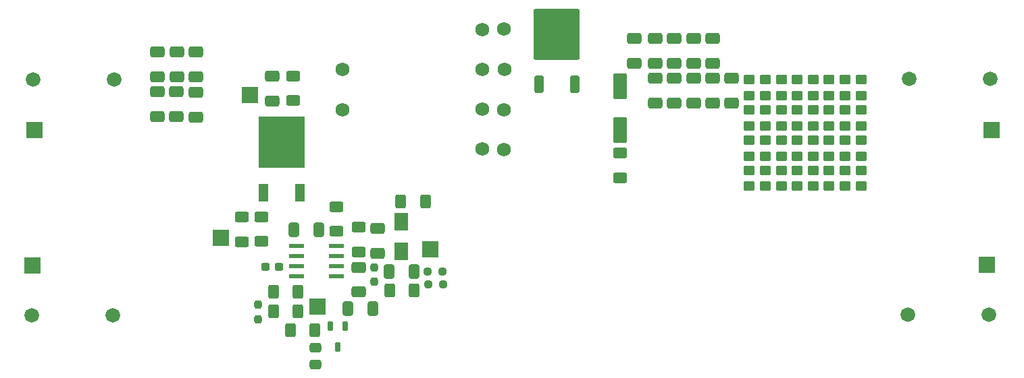
<source format=gts>
%TF.GenerationSoftware,KiCad,Pcbnew,9.0.5*%
%TF.CreationDate,2025-10-18T17:09:32-07:00*%
%TF.ProjectId,Flyback_CCM_Converter,466c7962-6163-46b5-9f43-434d5f436f6e,rev?*%
%TF.SameCoordinates,Original*%
%TF.FileFunction,Soldermask,Top*%
%TF.FilePolarity,Negative*%
%FSLAX46Y46*%
G04 Gerber Fmt 4.6, Leading zero omitted, Abs format (unit mm)*
G04 Created by KiCad (PCBNEW 9.0.5) date 2025-10-18 17:09:32*
%MOMM*%
%LPD*%
G01*
G04 APERTURE LIST*
G04 Aperture macros list*
%AMRoundRect*
0 Rectangle with rounded corners*
0 $1 Rounding radius*
0 $2 $3 $4 $5 $6 $7 $8 $9 X,Y pos of 4 corners*
0 Add a 4 corners polygon primitive as box body*
4,1,4,$2,$3,$4,$5,$6,$7,$8,$9,$2,$3,0*
0 Add four circle primitives for the rounded corners*
1,1,$1+$1,$2,$3*
1,1,$1+$1,$4,$5*
1,1,$1+$1,$6,$7*
1,1,$1+$1,$8,$9*
0 Add four rect primitives between the rounded corners*
20,1,$1+$1,$2,$3,$4,$5,0*
20,1,$1+$1,$4,$5,$6,$7,0*
20,1,$1+$1,$6,$7,$8,$9,0*
20,1,$1+$1,$8,$9,$2,$3,0*%
G04 Aperture macros list end*
%ADD10RoundRect,0.162500X-0.162500X0.447500X-0.162500X-0.447500X0.162500X-0.447500X0.162500X0.447500X0*%
%ADD11C,1.828800*%
%ADD12C,1.750000*%
%ADD13R,2.000000X2.000000*%
%ADD14RoundRect,0.250000X0.625000X-0.400000X0.625000X0.400000X-0.625000X0.400000X-0.625000X-0.400000X0*%
%ADD15RoundRect,0.237500X-0.237500X0.250000X-0.237500X-0.250000X0.237500X-0.250000X0.237500X0.250000X0*%
%ADD16RoundRect,0.250000X0.400000X0.625000X-0.400000X0.625000X-0.400000X-0.625000X0.400000X-0.625000X0*%
%ADD17RoundRect,0.250000X0.650000X-0.412500X0.650000X0.412500X-0.650000X0.412500X-0.650000X-0.412500X0*%
%ADD18R,1.200000X2.200000*%
%ADD19R,5.800000X6.400000*%
%ADD20RoundRect,0.250000X-0.475000X0.337500X-0.475000X-0.337500X0.475000X-0.337500X0.475000X0.337500X0*%
%ADD21RoundRect,0.250000X0.412500X0.650000X-0.412500X0.650000X-0.412500X-0.650000X0.412500X-0.650000X0*%
%ADD22RoundRect,0.237500X-0.250000X-0.237500X0.250000X-0.237500X0.250000X0.237500X-0.250000X0.237500X0*%
%ADD23RoundRect,0.237500X0.237500X-0.250000X0.237500X0.250000X-0.237500X0.250000X-0.237500X-0.250000X0*%
%ADD24RoundRect,0.237500X0.300000X0.237500X-0.300000X0.237500X-0.300000X-0.237500X0.300000X-0.237500X0*%
%ADD25RoundRect,0.250000X-0.412500X-0.650000X0.412500X-0.650000X0.412500X0.650000X-0.412500X0.650000X0*%
%ADD26R,1.981200X0.558800*%
%ADD27RoundRect,0.250000X-0.400000X-0.625000X0.400000X-0.625000X0.400000X0.625000X-0.400000X0.625000X0*%
%ADD28R,1.651000X2.184400*%
%ADD29RoundRect,0.237500X0.250000X0.237500X-0.250000X0.237500X-0.250000X-0.237500X0.250000X-0.237500X0*%
%ADD30RoundRect,0.250000X-0.650000X0.412500X-0.650000X-0.412500X0.650000X-0.412500X0.650000X0.412500X0*%
%ADD31RoundRect,0.250000X-0.450000X0.350000X-0.450000X-0.350000X0.450000X-0.350000X0.450000X0.350000X0*%
%ADD32RoundRect,0.250000X-0.600000X1.400000X-0.600000X-1.400000X0.600000X-1.400000X0.600000X1.400000X0*%
%ADD33RoundRect,0.250000X0.350000X-0.850000X0.350000X0.850000X-0.350000X0.850000X-0.350000X-0.850000X0*%
%ADD34RoundRect,0.249997X2.650003X-2.950003X2.650003X2.950003X-2.650003X2.950003X-2.650003X-2.950003X0*%
%ADD35RoundRect,0.250000X-0.625000X0.400000X-0.625000X-0.400000X0.625000X-0.400000X0.625000X0.400000X0*%
G04 APERTURE END LIST*
D10*
%TO.C,Q2*%
X146150000Y-132890000D03*
X144250000Y-132890000D03*
X145200000Y-135510000D03*
%TD*%
D11*
%TO.C,+12V*%
X107043900Y-101885700D03*
X117203900Y-101885700D03*
%TD*%
%TO.C,+5V*%
X227000000Y-101800000D03*
X216840000Y-101800000D03*
%TD*%
D12*
%TO.C,T1*%
X145800000Y-100600000D03*
X145800000Y-105680000D03*
X163300000Y-105600000D03*
X166040000Y-105670000D03*
X163300000Y-100600000D03*
X166090000Y-100580000D03*
X163300000Y-110600000D03*
X166070000Y-110730000D03*
X163300000Y-95600000D03*
X166070000Y-95500000D03*
%TD*%
D13*
%TO.C,TP3*%
X227200000Y-108200000D03*
%TD*%
%TO.C,TP1*%
X107200000Y-108200000D03*
%TD*%
%TO.C,TP4*%
X226600000Y-125200000D03*
%TD*%
%TO.C,TP2*%
X106962500Y-125285700D03*
%TD*%
D11*
%TO.C,GND*%
X216640000Y-131400000D03*
X226800000Y-131400000D03*
%TD*%
%TO.C,GND*%
X117003900Y-131485700D03*
X106843900Y-131485700D03*
%TD*%
D14*
%TO.C,Rosc1*%
X145000000Y-117850000D03*
X145000000Y-120950000D03*
%TD*%
D13*
%TO.C,TP7*%
X156800000Y-123200000D03*
%TD*%
D15*
%TO.C,Rcomp_2*%
X149800000Y-127300000D03*
X149800000Y-125475000D03*
%TD*%
D16*
%TO.C,Rb1*%
X151700000Y-128400000D03*
X154800000Y-128400000D03*
%TD*%
D14*
%TO.C,R_isense1*%
X147800000Y-120450000D03*
X147800000Y-123550000D03*
%TD*%
D17*
%TO.C,C_isense1*%
X150200000Y-120637500D03*
X150200000Y-123762500D03*
%TD*%
%TO.C,Ccomp_3*%
X147800000Y-125475000D03*
X147800000Y-128600000D03*
%TD*%
D18*
%TO.C,Q1*%
X140480000Y-116100000D03*
D19*
X138200000Y-109800000D03*
D18*
X135920000Y-116100000D03*
%TD*%
D20*
%TO.C,C_ss1*%
X142400000Y-137675000D03*
X142400000Y-135600000D03*
%TD*%
D21*
%TO.C,Cosc1*%
X139675000Y-120800000D03*
X142800000Y-120800000D03*
%TD*%
%TO.C,Ccomp_2*%
X151637500Y-126000000D03*
X154762500Y-126000000D03*
%TD*%
D16*
%TO.C,R_ss1*%
X139237500Y-133400000D03*
X142337500Y-133400000D03*
%TD*%
D22*
%TO.C,Rcomp_1*%
X158400000Y-127600000D03*
X156575000Y-127600000D03*
%TD*%
D23*
%TO.C,Rdiv_3*%
X135237500Y-130175000D03*
X135237500Y-132000000D03*
%TD*%
D16*
%TO.C,Rdiv_1*%
X137137500Y-128600000D03*
X140237500Y-128600000D03*
%TD*%
D24*
%TO.C,C14*%
X136137500Y-125400000D03*
X137862500Y-125400000D03*
%TD*%
D25*
%TO.C,Ccomp_1*%
X149600000Y-130675000D03*
X146475000Y-130675000D03*
%TD*%
D13*
%TO.C,TP6*%
X142637500Y-130400000D03*
%TD*%
D26*
%TO.C,U1*%
X140072400Y-126610000D03*
X140072400Y-125340000D03*
X140072400Y-124070000D03*
X140072400Y-122800000D03*
X145000000Y-122800000D03*
X145000000Y-124070000D03*
X145000000Y-125340000D03*
X145000000Y-126610000D03*
%TD*%
D16*
%TO.C,Rdiv_2*%
X137137500Y-131000000D03*
X140237500Y-131000000D03*
%TD*%
D27*
%TO.C,R_isense2*%
X156200000Y-117200000D03*
X153100000Y-117200000D03*
%TD*%
D28*
%TO.C,CR1*%
X153200000Y-123454200D03*
X153200000Y-119745800D03*
%TD*%
D29*
%TO.C,Rcomp_3*%
X156487500Y-126000000D03*
X158312500Y-126000000D03*
%TD*%
D14*
%TO.C,Rg_1*%
X135625000Y-119150000D03*
X135625000Y-122250000D03*
%TD*%
%TO.C,Rg_2*%
X133225000Y-119200000D03*
X133225000Y-122300000D03*
%TD*%
D17*
%TO.C,Cin_5*%
X127400000Y-98437500D03*
X127400000Y-101562500D03*
%TD*%
%TO.C,Cin_1*%
X122600000Y-98437500D03*
X122600000Y-101562500D03*
%TD*%
D30*
%TO.C,Cin_3*%
X125000000Y-106562500D03*
X125000000Y-103437500D03*
%TD*%
D17*
%TO.C,Cin_4*%
X125037500Y-98437500D03*
X125037500Y-101562500D03*
%TD*%
D30*
%TO.C,C17*%
X127400000Y-106600000D03*
X127400000Y-103475000D03*
%TD*%
D17*
%TO.C,Cout_1*%
X182400000Y-99825000D03*
X182400000Y-96700000D03*
%TD*%
D31*
%TO.C,Rpreload16*%
X202800000Y-113300000D03*
X202800000Y-115300000D03*
%TD*%
%TO.C,Rpreload17*%
X204800000Y-101900000D03*
X204800000Y-103900000D03*
%TD*%
D30*
%TO.C,Cout_9*%
X189800000Y-101737500D03*
X189800000Y-104862500D03*
%TD*%
D31*
%TO.C,Rpreload18*%
X204800000Y-105700000D03*
X204800000Y-107700000D03*
%TD*%
%TO.C,Rpreload9*%
X198800000Y-101900000D03*
X198800000Y-103900000D03*
%TD*%
D17*
%TO.C,Cout_5*%
X192200000Y-99862500D03*
X192200000Y-96737500D03*
%TD*%
D30*
%TO.C,Cout_4*%
X185000000Y-101737500D03*
X185000000Y-104862500D03*
%TD*%
D31*
%TO.C,Rpreload12*%
X198800000Y-113300000D03*
X198800000Y-115300000D03*
%TD*%
D17*
%TO.C,C_snub1*%
X137000000Y-104562500D03*
X137000000Y-101437500D03*
%TD*%
D31*
%TO.C,Rpreload26*%
X208800000Y-105700000D03*
X208800000Y-107700000D03*
%TD*%
D30*
%TO.C,Cout_8*%
X187400000Y-101737500D03*
X187400000Y-104862500D03*
%TD*%
D31*
%TO.C,Rpreload30*%
X210800000Y-105700000D03*
X210800000Y-107700000D03*
%TD*%
%TO.C,Rpreload14*%
X202800000Y-105700000D03*
X202800000Y-107700000D03*
%TD*%
D32*
%TO.C,D4*%
X180600000Y-102750000D03*
X180600000Y-108250000D03*
%TD*%
D13*
%TO.C,TP8*%
X134200000Y-103800000D03*
%TD*%
D30*
%TO.C,Cout_10*%
X192200000Y-101737500D03*
X192200000Y-104862500D03*
%TD*%
D31*
%TO.C,Rpreload24*%
X206800000Y-113300000D03*
X206800000Y-115300000D03*
%TD*%
%TO.C,Rpreload31*%
X210800000Y-109500000D03*
X210800000Y-111500000D03*
%TD*%
%TO.C,Rpreload19*%
X204800000Y-109500000D03*
X204800000Y-111500000D03*
%TD*%
%TO.C,Rpreload10*%
X198800000Y-105700000D03*
X198800000Y-107700000D03*
%TD*%
%TO.C,Rpreload32*%
X210800000Y-113300000D03*
X210800000Y-115300000D03*
%TD*%
D30*
%TO.C,Cout_2*%
X194600000Y-101737500D03*
X194600000Y-104862500D03*
%TD*%
D33*
%TO.C,R8*%
X170395000Y-102475000D03*
D34*
X172675000Y-96175000D03*
D33*
X174955000Y-102475000D03*
%TD*%
D17*
%TO.C,Cout_7*%
X187400000Y-99862500D03*
X187400000Y-96737500D03*
%TD*%
D31*
%TO.C,Rpreload6*%
X200800000Y-105700000D03*
X200800000Y-107700000D03*
%TD*%
%TO.C,Rpreload11*%
X198800000Y-109500000D03*
X198800000Y-111500000D03*
%TD*%
%TO.C,Rpreload1*%
X196800000Y-101900000D03*
X196800000Y-103900000D03*
%TD*%
%TO.C,Rpreload8*%
X200800000Y-113300000D03*
X200800000Y-115300000D03*
%TD*%
%TO.C,Rpreload21*%
X206800000Y-101900000D03*
X206800000Y-103900000D03*
%TD*%
D17*
%TO.C,Cout_6*%
X189800000Y-99862500D03*
X189800000Y-96737500D03*
%TD*%
D35*
%TO.C,R_snub1*%
X139600000Y-101450000D03*
X139600000Y-104550000D03*
%TD*%
D17*
%TO.C,Cout_3*%
X185000000Y-99862500D03*
X185000000Y-96737500D03*
%TD*%
D31*
%TO.C,Rpreload13*%
X202800000Y-101900000D03*
X202800000Y-103900000D03*
%TD*%
%TO.C,Rpreload20*%
X204800000Y-113300000D03*
X204800000Y-115300000D03*
%TD*%
%TO.C,Rpreload15*%
X202800000Y-109500000D03*
X202800000Y-111500000D03*
%TD*%
%TO.C,Rpreload4*%
X196800000Y-113300000D03*
X196800000Y-115300000D03*
%TD*%
%TO.C,Rpreload27*%
X208800000Y-109500000D03*
X208800000Y-111500000D03*
%TD*%
%TO.C,Rpreload5*%
X200800000Y-101900000D03*
X200800000Y-103900000D03*
%TD*%
%TO.C,Rpreload25*%
X208800000Y-101900000D03*
X208800000Y-103900000D03*
%TD*%
%TO.C,Rpreload3*%
X196800000Y-109500000D03*
X196800000Y-111500000D03*
%TD*%
%TO.C,Rpreload28*%
X208800000Y-113300000D03*
X208800000Y-115300000D03*
%TD*%
%TO.C,Rpreload2*%
X196800000Y-105700000D03*
X196800000Y-107700000D03*
%TD*%
D14*
%TO.C,R11*%
X180600000Y-114250000D03*
X180600000Y-111150000D03*
%TD*%
D31*
%TO.C,Rpreload23*%
X206800000Y-109500000D03*
X206800000Y-111500000D03*
%TD*%
%TO.C,Rpreload7*%
X200800000Y-109500000D03*
X200800000Y-111500000D03*
%TD*%
D13*
%TO.C,TP5*%
X130600000Y-121800000D03*
%TD*%
D31*
%TO.C,Rpreload29*%
X210800000Y-101900000D03*
X210800000Y-103900000D03*
%TD*%
%TO.C,Rpreload22*%
X206800000Y-105700000D03*
X206800000Y-107700000D03*
%TD*%
D30*
%TO.C,Cin_2*%
X122600000Y-106525000D03*
X122600000Y-103400000D03*
%TD*%
M02*

</source>
